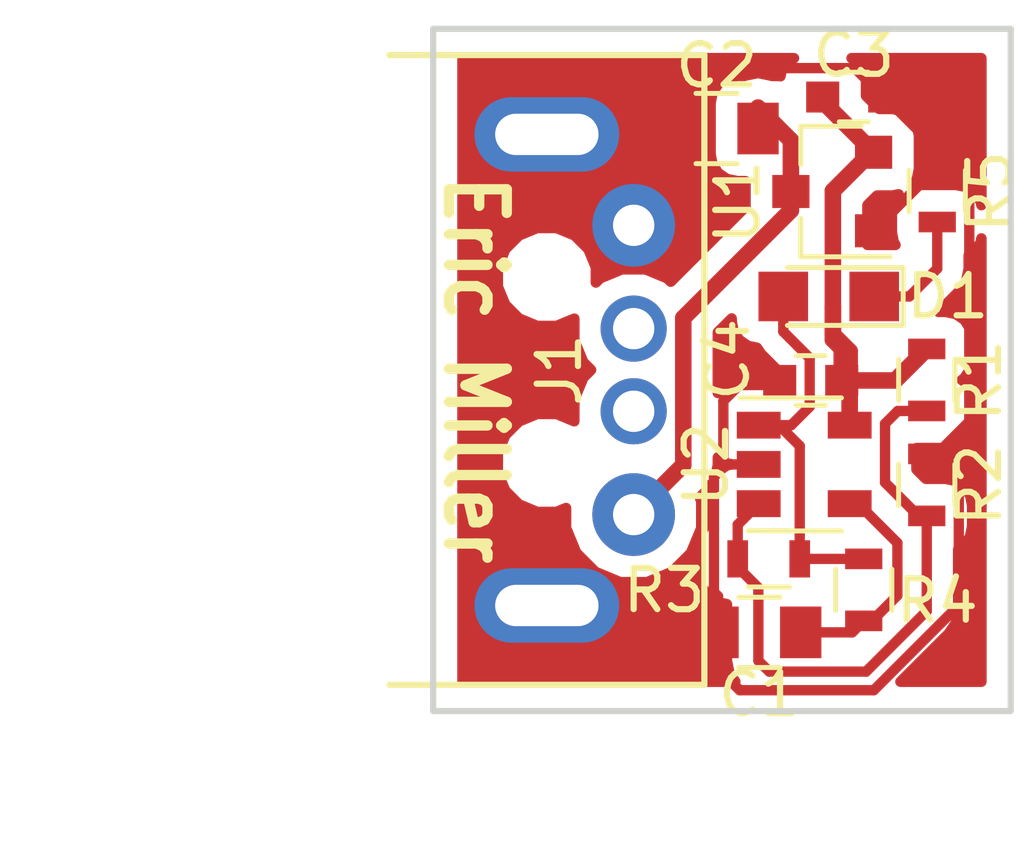
<source format=kicad_pcb>
(kicad_pcb (version 4) (host pcbnew 4.0.7-e2-6376~58~ubuntu16.04.1)

  (general
    (links 25)
    (no_connects 0)
    (area 139.624999 80.569999 153.745001 97.230001)
    (thickness 1.6)
    (drawings 5)
    (tracks 87)
    (zones 0)
    (modules 13)
    (nets 8)
  )

  (page A4)
  (layers
    (0 F.Cu signal)
    (31 B.Cu signal)
    (33 F.Adhes user)
    (35 F.Paste user)
    (37 F.SilkS user)
    (39 F.Mask user)
    (40 Dwgs.User user)
    (41 Cmts.User user)
    (42 Eco1.User user)
    (43 Eco2.User user)
    (44 Edge.Cuts user)
    (45 Margin user)
    (47 F.CrtYd user)
    (49 F.Fab user)
  )

  (setup
    (last_trace_width 0.25)
    (trace_clearance 0.2)
    (zone_clearance 0.508)
    (zone_45_only no)
    (trace_min 0.1524)
    (segment_width 0.2)
    (edge_width 0.15)
    (via_size 0.6)
    (via_drill 0.4)
    (via_min_size 0.4)
    (via_min_drill 0.3)
    (uvia_size 0.3)
    (uvia_drill 0.1)
    (uvias_allowed no)
    (uvia_min_size 0.2)
    (uvia_min_drill 0.1)
    (pcb_text_width 0.3)
    (pcb_text_size 1.5 1.5)
    (mod_edge_width 0.15)
    (mod_text_size 1 1)
    (mod_text_width 0.15)
    (pad_size 1.524 1.524)
    (pad_drill 0.762)
    (pad_to_mask_clearance 0.2)
    (aux_axis_origin 0 0)
    (visible_elements FFFFFF7F)
    (pcbplotparams
      (layerselection 0x00030_80000001)
      (usegerberextensions false)
      (excludeedgelayer true)
      (linewidth 0.100000)
      (plotframeref false)
      (viasonmask false)
      (mode 1)
      (useauxorigin false)
      (hpglpennumber 1)
      (hpglpenspeed 20)
      (hpglpendiameter 15)
      (hpglpenoverlay 2)
      (psnegative false)
      (psa4output false)
      (plotreference true)
      (plotvalue true)
      (plotinvisibletext false)
      (padsonsilk false)
      (subtractmaskfromsilk false)
      (outputformat 1)
      (mirror false)
      (drillshape 1)
      (scaleselection 1)
      (outputdirectory ""))
  )

  (net 0 "")
  (net 1 GND)
  (net 2 "Net-(C1-Pad1)")
  (net 3 "Net-(C2-Pad1)")
  (net 4 +3V3)
  (net 5 /blink)
  (net 6 "Net-(D1-Pad1)")
  (net 7 "Net-(R1-Pad2)")

  (net_class Default "This is the default net class."
    (clearance 0.2)
    (trace_width 0.25)
    (via_dia 0.6)
    (via_drill 0.4)
    (uvia_dia 0.3)
    (uvia_drill 0.1)
    (add_net /blink)
    (add_net GND)
    (add_net "Net-(C1-Pad1)")
    (add_net "Net-(D1-Pad1)")
    (add_net "Net-(R1-Pad2)")
  )

  (net_class Power ""
    (clearance 0.2)
    (trace_width 0.4)
    (via_dia 0.6)
    (via_drill 0.4)
    (uvia_dia 0.3)
    (uvia_drill 0.1)
    (add_net +3V3)
    (add_net "Net-(C2-Pad1)")
  )

  (module Capacitors_SMD:C_0603 placed (layer F.Cu) (tedit 59958EE7) (tstamp 59B7284C)
    (at 149.872 82.296 180)
    (descr "Capacitor SMD 0603, reflow soldering, AVX (see smccp.pdf)")
    (tags "capacitor 0603")
    (path /59B75B50)
    (attr smd)
    (fp_text reference C3 (at 0 1.016 180) (layer F.SilkS)
      (effects (font (size 1 1) (thickness 0.15)))
    )
    (fp_text value "1 uf" (at 0 1.5 180) (layer F.Fab)
      (effects (font (size 1 1) (thickness 0.15)))
    )
    (fp_line (start 1.4 0.65) (end -1.4 0.65) (layer F.CrtYd) (width 0.05))
    (fp_line (start 1.4 0.65) (end 1.4 -0.65) (layer F.CrtYd) (width 0.05))
    (fp_line (start -1.4 -0.65) (end -1.4 0.65) (layer F.CrtYd) (width 0.05))
    (fp_line (start -1.4 -0.65) (end 1.4 -0.65) (layer F.CrtYd) (width 0.05))
    (fp_line (start 0.35 0.6) (end -0.35 0.6) (layer F.SilkS) (width 0.12))
    (fp_line (start -0.35 -0.6) (end 0.35 -0.6) (layer F.SilkS) (width 0.12))
    (fp_line (start -0.8 -0.4) (end 0.8 -0.4) (layer F.Fab) (width 0.1))
    (fp_line (start 0.8 -0.4) (end 0.8 0.4) (layer F.Fab) (width 0.1))
    (fp_line (start 0.8 0.4) (end -0.8 0.4) (layer F.Fab) (width 0.1))
    (fp_line (start -0.8 0.4) (end -0.8 -0.4) (layer F.Fab) (width 0.1))
    (fp_text user %R (at 0 0 180) (layer F.Fab)
      (effects (font (size 0.3 0.3) (thickness 0.075)))
    )
    (pad 2 smd rect (at 0.75 0 180) (size 0.8 0.75) (layers F.Cu F.Paste F.Mask)
      (net 4 +3V3))
    (pad 1 smd rect (at -0.75 0 180) (size 0.8 0.75) (layers F.Cu F.Paste F.Mask)
      (net 1 GND))
    (model Capacitors_SMD.3dshapes/C_0603.wrl
      (at (xyz 0 0 0))
      (scale (xyz 1 1 1))
      (rotate (xyz 0 0 0))
    )
  )

  (module Capacitors_SMD:C_0603 placed (layer F.Cu) (tedit 59958EE7) (tstamp 59B72852)
    (at 148.832 89.154)
    (descr "Capacitor SMD 0603, reflow soldering, AVX (see smccp.pdf)")
    (tags "capacitor 0603")
    (path /59B7706C)
    (attr smd)
    (fp_text reference C4 (at -2.02 -0.508 90) (layer F.SilkS)
      (effects (font (size 1 1) (thickness 0.15)))
    )
    (fp_text value .1uf (at 0 1.5) (layer F.Fab)
      (effects (font (size 1 1) (thickness 0.15)))
    )
    (fp_line (start 1.4 0.65) (end -1.4 0.65) (layer F.CrtYd) (width 0.05))
    (fp_line (start 1.4 0.65) (end 1.4 -0.65) (layer F.CrtYd) (width 0.05))
    (fp_line (start -1.4 -0.65) (end -1.4 0.65) (layer F.CrtYd) (width 0.05))
    (fp_line (start -1.4 -0.65) (end 1.4 -0.65) (layer F.CrtYd) (width 0.05))
    (fp_line (start 0.35 0.6) (end -0.35 0.6) (layer F.SilkS) (width 0.12))
    (fp_line (start -0.35 -0.6) (end 0.35 -0.6) (layer F.SilkS) (width 0.12))
    (fp_line (start -0.8 -0.4) (end 0.8 -0.4) (layer F.Fab) (width 0.1))
    (fp_line (start 0.8 -0.4) (end 0.8 0.4) (layer F.Fab) (width 0.1))
    (fp_line (start 0.8 0.4) (end -0.8 0.4) (layer F.Fab) (width 0.1))
    (fp_line (start -0.8 0.4) (end -0.8 -0.4) (layer F.Fab) (width 0.1))
    (fp_text user %R (at 0 0) (layer F.Fab)
      (effects (font (size 0.3 0.3) (thickness 0.075)))
    )
    (pad 2 smd rect (at 0.75 0) (size 0.8 0.75) (layers F.Cu F.Paste F.Mask)
      (net 4 +3V3))
    (pad 1 smd rect (at -0.75 0) (size 0.8 0.75) (layers F.Cu F.Paste F.Mask)
      (net 1 GND))
    (model Capacitors_SMD.3dshapes/C_0603.wrl
      (at (xyz 0 0 0))
      (scale (xyz 1 1 1))
      (rotate (xyz 0 0 0))
    )
  )

  (module LEDs:LED_0805 placed (layer F.Cu) (tedit 59959803) (tstamp 59B72858)
    (at 149.268 87.122 180)
    (descr "LED 0805 smd package")
    (tags "LED led 0805 SMD smd SMT smt smdled SMDLED smtled SMTLED")
    (path /59B751D9)
    (attr smd)
    (fp_text reference D1 (at -2.878 0 360) (layer F.SilkS)
      (effects (font (size 1 1) (thickness 0.15)))
    )
    (fp_text value LED (at 2.456 0 270) (layer F.Fab)
      (effects (font (size 1 1) (thickness 0.15)))
    )
    (fp_line (start -1.8 -0.7) (end -1.8 0.7) (layer F.SilkS) (width 0.12))
    (fp_line (start -0.4 -0.4) (end -0.4 0.4) (layer F.Fab) (width 0.1))
    (fp_line (start -0.4 0) (end 0.2 -0.4) (layer F.Fab) (width 0.1))
    (fp_line (start 0.2 0.4) (end -0.4 0) (layer F.Fab) (width 0.1))
    (fp_line (start 0.2 -0.4) (end 0.2 0.4) (layer F.Fab) (width 0.1))
    (fp_line (start 1 0.6) (end -1 0.6) (layer F.Fab) (width 0.1))
    (fp_line (start 1 -0.6) (end 1 0.6) (layer F.Fab) (width 0.1))
    (fp_line (start -1 -0.6) (end 1 -0.6) (layer F.Fab) (width 0.1))
    (fp_line (start -1 0.6) (end -1 -0.6) (layer F.Fab) (width 0.1))
    (fp_line (start -1.8 0.7) (end 1 0.7) (layer F.SilkS) (width 0.12))
    (fp_line (start -1.8 -0.7) (end 1 -0.7) (layer F.SilkS) (width 0.12))
    (fp_line (start 1.95 -0.85) (end 1.95 0.85) (layer F.CrtYd) (width 0.05))
    (fp_line (start 1.95 0.85) (end -1.95 0.85) (layer F.CrtYd) (width 0.05))
    (fp_line (start -1.95 0.85) (end -1.95 -0.85) (layer F.CrtYd) (width 0.05))
    (fp_line (start -1.95 -0.85) (end 1.95 -0.85) (layer F.CrtYd) (width 0.05))
    (fp_text user %R (at 0 -1.25 180) (layer F.Fab)
      (effects (font (size 0.4 0.4) (thickness 0.1)))
    )
    (pad 2 smd rect (at 1.1 0) (size 1.2 1.2) (layers F.Cu F.Paste F.Mask)
      (net 5 /blink))
    (pad 1 smd rect (at -1.1 0) (size 1.2 1.2) (layers F.Cu F.Paste F.Mask)
      (net 6 "Net-(D1-Pad1)"))
    (model ${KISYS3DMOD}/LEDs.3dshapes/LED_0805.wrl
      (at (xyz 0 0 0))
      (scale (xyz 1 1 1))
      (rotate (xyz 0 0 180))
    )
  )

  (module Resistors_SMD:R_0603 placed (layer F.Cu) (tedit 58E0A804) (tstamp 59B72868)
    (at 151.638 89.142 270)
    (descr "Resistor SMD 0603, reflow soldering, Vishay (see dcrcw.pdf)")
    (tags "resistor 0603")
    (path /59B72240)
    (attr smd)
    (fp_text reference R1 (at 0.012 -1.27 270) (layer F.SilkS)
      (effects (font (size 1 1) (thickness 0.15)))
    )
    (fp_text value 95.3k (at 0 1.5 270) (layer F.Fab)
      (effects (font (size 1 1) (thickness 0.15)))
    )
    (fp_text user %R (at 0 0 270) (layer F.Fab)
      (effects (font (size 0.4 0.4) (thickness 0.075)))
    )
    (fp_line (start -0.8 0.4) (end -0.8 -0.4) (layer F.Fab) (width 0.1))
    (fp_line (start 0.8 0.4) (end -0.8 0.4) (layer F.Fab) (width 0.1))
    (fp_line (start 0.8 -0.4) (end 0.8 0.4) (layer F.Fab) (width 0.1))
    (fp_line (start -0.8 -0.4) (end 0.8 -0.4) (layer F.Fab) (width 0.1))
    (fp_line (start 0.5 0.68) (end -0.5 0.68) (layer F.SilkS) (width 0.12))
    (fp_line (start -0.5 -0.68) (end 0.5 -0.68) (layer F.SilkS) (width 0.12))
    (fp_line (start -1.25 -0.7) (end 1.25 -0.7) (layer F.CrtYd) (width 0.05))
    (fp_line (start -1.25 -0.7) (end -1.25 0.7) (layer F.CrtYd) (width 0.05))
    (fp_line (start 1.25 0.7) (end 1.25 -0.7) (layer F.CrtYd) (width 0.05))
    (fp_line (start 1.25 0.7) (end -1.25 0.7) (layer F.CrtYd) (width 0.05))
    (pad 1 smd rect (at -0.75 0 270) (size 0.5 0.9) (layers F.Cu F.Paste F.Mask)
      (net 4 +3V3))
    (pad 2 smd rect (at 0.75 0 270) (size 0.5 0.9) (layers F.Cu F.Paste F.Mask)
      (net 7 "Net-(R1-Pad2)"))
    (model ${KISYS3DMOD}/Resistors_SMD.3dshapes/R_0603.wrl
      (at (xyz 0 0 0))
      (scale (xyz 1 1 1))
      (rotate (xyz 0 0 0))
    )
  )

  (module Resistors_SMD:R_0603 placed (layer F.Cu) (tedit 58E0A804) (tstamp 59B7286E)
    (at 151.638 91.682 90)
    (descr "Resistor SMD 0603, reflow soldering, Vishay (see dcrcw.pdf)")
    (tags "resistor 0603")
    (path /59B7228F)
    (attr smd)
    (fp_text reference R2 (at 0 1.27 90) (layer F.SilkS)
      (effects (font (size 1 1) (thickness 0.15)))
    )
    (fp_text value 100k (at 0 1.5 90) (layer F.Fab)
      (effects (font (size 1 1) (thickness 0.15)))
    )
    (fp_text user %R (at 0 0 90) (layer F.Fab)
      (effects (font (size 0.4 0.4) (thickness 0.075)))
    )
    (fp_line (start -0.8 0.4) (end -0.8 -0.4) (layer F.Fab) (width 0.1))
    (fp_line (start 0.8 0.4) (end -0.8 0.4) (layer F.Fab) (width 0.1))
    (fp_line (start 0.8 -0.4) (end 0.8 0.4) (layer F.Fab) (width 0.1))
    (fp_line (start -0.8 -0.4) (end 0.8 -0.4) (layer F.Fab) (width 0.1))
    (fp_line (start 0.5 0.68) (end -0.5 0.68) (layer F.SilkS) (width 0.12))
    (fp_line (start -0.5 -0.68) (end 0.5 -0.68) (layer F.SilkS) (width 0.12))
    (fp_line (start -1.25 -0.7) (end 1.25 -0.7) (layer F.CrtYd) (width 0.05))
    (fp_line (start -1.25 -0.7) (end -1.25 0.7) (layer F.CrtYd) (width 0.05))
    (fp_line (start 1.25 0.7) (end 1.25 -0.7) (layer F.CrtYd) (width 0.05))
    (fp_line (start 1.25 0.7) (end -1.25 0.7) (layer F.CrtYd) (width 0.05))
    (pad 1 smd rect (at -0.75 0 90) (size 0.5 0.9) (layers F.Cu F.Paste F.Mask)
      (net 7 "Net-(R1-Pad2)"))
    (pad 2 smd rect (at 0.75 0 90) (size 0.5 0.9) (layers F.Cu F.Paste F.Mask)
      (net 1 GND))
    (model ${KISYS3DMOD}/Resistors_SMD.3dshapes/R_0603.wrl
      (at (xyz 0 0 0))
      (scale (xyz 1 1 1))
      (rotate (xyz 0 0 0))
    )
  )

  (module Resistors_SMD:R_0603 placed (layer F.Cu) (tedit 58E0A804) (tstamp 59B72874)
    (at 147.816 93.472 180)
    (descr "Resistor SMD 0603, reflow soldering, Vishay (see dcrcw.pdf)")
    (tags "resistor 0603")
    (path /59B721D9)
    (attr smd)
    (fp_text reference R3 (at 2.528 -0.762 360) (layer F.SilkS)
      (effects (font (size 1 1) (thickness 0.15)))
    )
    (fp_text value 110k (at 0 1.5 180) (layer F.Fab)
      (effects (font (size 1 1) (thickness 0.15)))
    )
    (fp_text user %R (at 0 0 180) (layer F.Fab)
      (effects (font (size 0.4 0.4) (thickness 0.075)))
    )
    (fp_line (start -0.8 0.4) (end -0.8 -0.4) (layer F.Fab) (width 0.1))
    (fp_line (start 0.8 0.4) (end -0.8 0.4) (layer F.Fab) (width 0.1))
    (fp_line (start 0.8 -0.4) (end 0.8 0.4) (layer F.Fab) (width 0.1))
    (fp_line (start -0.8 -0.4) (end 0.8 -0.4) (layer F.Fab) (width 0.1))
    (fp_line (start 0.5 0.68) (end -0.5 0.68) (layer F.SilkS) (width 0.12))
    (fp_line (start -0.5 -0.68) (end 0.5 -0.68) (layer F.SilkS) (width 0.12))
    (fp_line (start -1.25 -0.7) (end 1.25 -0.7) (layer F.CrtYd) (width 0.05))
    (fp_line (start -1.25 -0.7) (end -1.25 0.7) (layer F.CrtYd) (width 0.05))
    (fp_line (start 1.25 0.7) (end 1.25 -0.7) (layer F.CrtYd) (width 0.05))
    (fp_line (start 1.25 0.7) (end -1.25 0.7) (layer F.CrtYd) (width 0.05))
    (pad 1 smd rect (at -0.75 0 180) (size 0.5 0.9) (layers F.Cu F.Paste F.Mask)
      (net 5 /blink))
    (pad 2 smd rect (at 0.75 0 180) (size 0.5 0.9) (layers F.Cu F.Paste F.Mask)
      (net 7 "Net-(R1-Pad2)"))
    (model ${KISYS3DMOD}/Resistors_SMD.3dshapes/R_0603.wrl
      (at (xyz 0 0 0))
      (scale (xyz 1 1 1))
      (rotate (xyz 0 0 0))
    )
  )

  (module Resistors_SMD:R_0603 placed (layer F.Cu) (tedit 58E0A804) (tstamp 59B7287A)
    (at 150.114 94.222 270)
    (descr "Resistor SMD 0603, reflow soldering, Vishay (see dcrcw.pdf)")
    (tags "resistor 0603")
    (path /59B72173)
    (attr smd)
    (fp_text reference R4 (at 0.266 -1.778 360) (layer F.SilkS)
      (effects (font (size 1 1) (thickness 0.15)))
    )
    (fp_text value 80.6k (at 0 1.5 270) (layer F.Fab)
      (effects (font (size 1 1) (thickness 0.15)))
    )
    (fp_text user %R (at 0 0 270) (layer F.Fab)
      (effects (font (size 0.4 0.4) (thickness 0.075)))
    )
    (fp_line (start -0.8 0.4) (end -0.8 -0.4) (layer F.Fab) (width 0.1))
    (fp_line (start 0.8 0.4) (end -0.8 0.4) (layer F.Fab) (width 0.1))
    (fp_line (start 0.8 -0.4) (end 0.8 0.4) (layer F.Fab) (width 0.1))
    (fp_line (start -0.8 -0.4) (end 0.8 -0.4) (layer F.Fab) (width 0.1))
    (fp_line (start 0.5 0.68) (end -0.5 0.68) (layer F.SilkS) (width 0.12))
    (fp_line (start -0.5 -0.68) (end 0.5 -0.68) (layer F.SilkS) (width 0.12))
    (fp_line (start -1.25 -0.7) (end 1.25 -0.7) (layer F.CrtYd) (width 0.05))
    (fp_line (start -1.25 -0.7) (end -1.25 0.7) (layer F.CrtYd) (width 0.05))
    (fp_line (start 1.25 0.7) (end 1.25 -0.7) (layer F.CrtYd) (width 0.05))
    (fp_line (start 1.25 0.7) (end -1.25 0.7) (layer F.CrtYd) (width 0.05))
    (pad 1 smd rect (at -0.75 0 270) (size 0.5 0.9) (layers F.Cu F.Paste F.Mask)
      (net 5 /blink))
    (pad 2 smd rect (at 0.75 0 270) (size 0.5 0.9) (layers F.Cu F.Paste F.Mask)
      (net 2 "Net-(C1-Pad1)"))
    (model ${KISYS3DMOD}/Resistors_SMD.3dshapes/R_0603.wrl
      (at (xyz 0 0 0))
      (scale (xyz 1 1 1))
      (rotate (xyz 0 0 0))
    )
  )

  (module Resistors_SMD:R_0603 placed (layer F.Cu) (tedit 58E0A804) (tstamp 59B72880)
    (at 151.892 84.57 270)
    (descr "Resistor SMD 0603, reflow soldering, Vishay (see dcrcw.pdf)")
    (tags "resistor 0603")
    (path /59B75222)
    (attr smd)
    (fp_text reference R5 (at 0.012 -1.27 270) (layer F.SilkS)
      (effects (font (size 1 1) (thickness 0.15)))
    )
    (fp_text value 1k (at 0 1.5 270) (layer F.Fab)
      (effects (font (size 1 1) (thickness 0.15)))
    )
    (fp_text user %R (at 0 0 270) (layer F.Fab)
      (effects (font (size 0.4 0.4) (thickness 0.075)))
    )
    (fp_line (start -0.8 0.4) (end -0.8 -0.4) (layer F.Fab) (width 0.1))
    (fp_line (start 0.8 0.4) (end -0.8 0.4) (layer F.Fab) (width 0.1))
    (fp_line (start 0.8 -0.4) (end 0.8 0.4) (layer F.Fab) (width 0.1))
    (fp_line (start -0.8 -0.4) (end 0.8 -0.4) (layer F.Fab) (width 0.1))
    (fp_line (start 0.5 0.68) (end -0.5 0.68) (layer F.SilkS) (width 0.12))
    (fp_line (start -0.5 -0.68) (end 0.5 -0.68) (layer F.SilkS) (width 0.12))
    (fp_line (start -1.25 -0.7) (end 1.25 -0.7) (layer F.CrtYd) (width 0.05))
    (fp_line (start -1.25 -0.7) (end -1.25 0.7) (layer F.CrtYd) (width 0.05))
    (fp_line (start 1.25 0.7) (end 1.25 -0.7) (layer F.CrtYd) (width 0.05))
    (fp_line (start 1.25 0.7) (end -1.25 0.7) (layer F.CrtYd) (width 0.05))
    (pad 1 smd rect (at -0.75 0 270) (size 0.5 0.9) (layers F.Cu F.Paste F.Mask)
      (net 1 GND))
    (pad 2 smd rect (at 0.75 0 270) (size 0.5 0.9) (layers F.Cu F.Paste F.Mask)
      (net 6 "Net-(D1-Pad1)"))
    (model ${KISYS3DMOD}/Resistors_SMD.3dshapes/R_0603.wrl
      (at (xyz 0 0 0))
      (scale (xyz 1 1 1))
      (rotate (xyz 0 0 0))
    )
  )

  (module TO_SOT_Packages_SMD:SOT-23 placed (layer F.Cu) (tedit 58CE4E7E) (tstamp 59B72887)
    (at 149.352 84.582 180)
    (descr "SOT-23, Standard")
    (tags SOT-23)
    (path /59ADC255)
    (attr smd)
    (fp_text reference U1 (at 2.286 -0.254 270) (layer F.SilkS)
      (effects (font (size 1 1) (thickness 0.15)))
    )
    (fp_text value MCP1702 (at -0.254 2.286 180) (layer F.Fab)
      (effects (font (size 1 1) (thickness 0.15)))
    )
    (fp_text user %R (at 0 0 270) (layer F.Fab)
      (effects (font (size 0.5 0.5) (thickness 0.075)))
    )
    (fp_line (start -0.7 -0.95) (end -0.7 1.5) (layer F.Fab) (width 0.1))
    (fp_line (start -0.15 -1.52) (end 0.7 -1.52) (layer F.Fab) (width 0.1))
    (fp_line (start -0.7 -0.95) (end -0.15 -1.52) (layer F.Fab) (width 0.1))
    (fp_line (start 0.7 -1.52) (end 0.7 1.52) (layer F.Fab) (width 0.1))
    (fp_line (start -0.7 1.52) (end 0.7 1.52) (layer F.Fab) (width 0.1))
    (fp_line (start 0.76 1.58) (end 0.76 0.65) (layer F.SilkS) (width 0.12))
    (fp_line (start 0.76 -1.58) (end 0.76 -0.65) (layer F.SilkS) (width 0.12))
    (fp_line (start -1.7 -1.75) (end 1.7 -1.75) (layer F.CrtYd) (width 0.05))
    (fp_line (start 1.7 -1.75) (end 1.7 1.75) (layer F.CrtYd) (width 0.05))
    (fp_line (start 1.7 1.75) (end -1.7 1.75) (layer F.CrtYd) (width 0.05))
    (fp_line (start -1.7 1.75) (end -1.7 -1.75) (layer F.CrtYd) (width 0.05))
    (fp_line (start 0.76 -1.58) (end -1.4 -1.58) (layer F.SilkS) (width 0.12))
    (fp_line (start 0.76 1.58) (end -0.7 1.58) (layer F.SilkS) (width 0.12))
    (pad 1 smd rect (at -1 -0.95 180) (size 0.9 0.8) (layers F.Cu F.Paste F.Mask)
      (net 1 GND))
    (pad 2 smd rect (at -1 0.95 180) (size 0.9 0.8) (layers F.Cu F.Paste F.Mask)
      (net 4 +3V3))
    (pad 3 smd rect (at 1 0 180) (size 0.9 0.8) (layers F.Cu F.Paste F.Mask)
      (net 3 "Net-(C2-Pad1)"))
    (model ${KISYS3DMOD}/TO_SOT_Packages_SMD.3dshapes/SOT-23.wrl
      (at (xyz 0 0 0))
      (scale (xyz 1 1 1))
      (rotate (xyz 0 0 0))
    )
  )

  (module TO_SOT_Packages_SMD:SOT-23-5 placed (layer F.Cu) (tedit 58CE4E7E) (tstamp 59B72890)
    (at 148.674 91.186)
    (descr "5-pin SOT23 package")
    (tags SOT-23-5)
    (path /59B72FCF)
    (attr smd)
    (fp_text reference U2 (at -2.37 0 90) (layer F.SilkS)
      (effects (font (size 1 1) (thickness 0.15)))
    )
    (fp_text value MCP6021 (at 0 2.9) (layer F.Fab)
      (effects (font (size 1 1) (thickness 0.15)))
    )
    (fp_text user %R (at 0 0 90) (layer F.Fab)
      (effects (font (size 0.5 0.5) (thickness 0.075)))
    )
    (fp_line (start -0.9 1.61) (end 0.9 1.61) (layer F.SilkS) (width 0.12))
    (fp_line (start 0.9 -1.61) (end -1.55 -1.61) (layer F.SilkS) (width 0.12))
    (fp_line (start -1.9 -1.8) (end 1.9 -1.8) (layer F.CrtYd) (width 0.05))
    (fp_line (start 1.9 -1.8) (end 1.9 1.8) (layer F.CrtYd) (width 0.05))
    (fp_line (start 1.9 1.8) (end -1.9 1.8) (layer F.CrtYd) (width 0.05))
    (fp_line (start -1.9 1.8) (end -1.9 -1.8) (layer F.CrtYd) (width 0.05))
    (fp_line (start -0.9 -0.9) (end -0.25 -1.55) (layer F.Fab) (width 0.1))
    (fp_line (start 0.9 -1.55) (end -0.25 -1.55) (layer F.Fab) (width 0.1))
    (fp_line (start -0.9 -0.9) (end -0.9 1.55) (layer F.Fab) (width 0.1))
    (fp_line (start 0.9 1.55) (end -0.9 1.55) (layer F.Fab) (width 0.1))
    (fp_line (start 0.9 -1.55) (end 0.9 1.55) (layer F.Fab) (width 0.1))
    (pad 1 smd rect (at -1.1 -0.95) (size 1.06 0.65) (layers F.Cu F.Paste F.Mask)
      (net 5 /blink))
    (pad 2 smd rect (at -1.1 0) (size 1.06 0.65) (layers F.Cu F.Paste F.Mask)
      (net 1 GND))
    (pad 3 smd rect (at -1.1 0.95) (size 1.06 0.65) (layers F.Cu F.Paste F.Mask)
      (net 7 "Net-(R1-Pad2)"))
    (pad 4 smd rect (at 1.1 0.95) (size 1.06 0.65) (layers F.Cu F.Paste F.Mask)
      (net 2 "Net-(C1-Pad1)"))
    (pad 5 smd rect (at 1.1 -0.95) (size 1.06 0.65) (layers F.Cu F.Paste F.Mask)
      (net 4 +3V3))
    (model ${KISYS3DMOD}/TO_SOT_Packages_SMD.3dshapes/SOT-23-5.wrl
      (at (xyz 0 0 0))
      (scale (xyz 1 1 1))
      (rotate (xyz 0 0 0))
    )
  )

  (module Capacitors_SMD:C_0805 (layer F.Cu) (tedit 58AA8463) (tstamp 59B963B6)
    (at 147.59 95.25 180)
    (descr "Capacitor SMD 0805, reflow soldering, AVX (see smccp.pdf)")
    (tags "capacitor 0805")
    (path /59B72132)
    (attr smd)
    (fp_text reference C1 (at 0 -1.5 180) (layer F.SilkS)
      (effects (font (size 1 1) (thickness 0.15)))
    )
    (fp_text value "10 uf" (at 0 1.75 180) (layer F.Fab)
      (effects (font (size 1 1) (thickness 0.15)))
    )
    (fp_text user %R (at 0 -1.5 180) (layer F.Fab)
      (effects (font (size 1 1) (thickness 0.15)))
    )
    (fp_line (start -1 0.62) (end -1 -0.62) (layer F.Fab) (width 0.1))
    (fp_line (start 1 0.62) (end -1 0.62) (layer F.Fab) (width 0.1))
    (fp_line (start 1 -0.62) (end 1 0.62) (layer F.Fab) (width 0.1))
    (fp_line (start -1 -0.62) (end 1 -0.62) (layer F.Fab) (width 0.1))
    (fp_line (start 0.5 -0.85) (end -0.5 -0.85) (layer F.SilkS) (width 0.12))
    (fp_line (start -0.5 0.85) (end 0.5 0.85) (layer F.SilkS) (width 0.12))
    (fp_line (start -1.75 -0.88) (end 1.75 -0.88) (layer F.CrtYd) (width 0.05))
    (fp_line (start -1.75 -0.88) (end -1.75 0.87) (layer F.CrtYd) (width 0.05))
    (fp_line (start 1.75 0.87) (end 1.75 -0.88) (layer F.CrtYd) (width 0.05))
    (fp_line (start 1.75 0.87) (end -1.75 0.87) (layer F.CrtYd) (width 0.05))
    (pad 1 smd rect (at -1 0 180) (size 1 1.25) (layers F.Cu F.Paste F.Mask)
      (net 2 "Net-(C1-Pad1)"))
    (pad 2 smd rect (at 1 0 180) (size 1 1.25) (layers F.Cu F.Paste F.Mask)
      (net 1 GND))
    (model Capacitors_SMD.3dshapes/C_0805.wrl
      (at (xyz 0 0 0))
      (scale (xyz 1 1 1))
      (rotate (xyz 0 0 0))
    )
  )

  (module Capacitors_SMD:C_0805 (layer F.Cu) (tedit 58AA8463) (tstamp 59B963BB)
    (at 146.558 83.058 180)
    (descr "Capacitor SMD 0805, reflow soldering, AVX (see smccp.pdf)")
    (tags "capacitor 0805")
    (path /59B75978)
    (attr smd)
    (fp_text reference C2 (at 0 1.524 180) (layer F.SilkS)
      (effects (font (size 1 1) (thickness 0.15)))
    )
    (fp_text value "10 uf" (at 0 1.75 180) (layer F.Fab)
      (effects (font (size 1 1) (thickness 0.15)))
    )
    (fp_text user %R (at 0 -1.5 180) (layer F.Fab)
      (effects (font (size 1 1) (thickness 0.15)))
    )
    (fp_line (start -1 0.62) (end -1 -0.62) (layer F.Fab) (width 0.1))
    (fp_line (start 1 0.62) (end -1 0.62) (layer F.Fab) (width 0.1))
    (fp_line (start 1 -0.62) (end 1 0.62) (layer F.Fab) (width 0.1))
    (fp_line (start -1 -0.62) (end 1 -0.62) (layer F.Fab) (width 0.1))
    (fp_line (start 0.5 -0.85) (end -0.5 -0.85) (layer F.SilkS) (width 0.12))
    (fp_line (start -0.5 0.85) (end 0.5 0.85) (layer F.SilkS) (width 0.12))
    (fp_line (start -1.75 -0.88) (end 1.75 -0.88) (layer F.CrtYd) (width 0.05))
    (fp_line (start -1.75 -0.88) (end -1.75 0.87) (layer F.CrtYd) (width 0.05))
    (fp_line (start 1.75 0.87) (end 1.75 -0.88) (layer F.CrtYd) (width 0.05))
    (fp_line (start 1.75 0.87) (end -1.75 0.87) (layer F.CrtYd) (width 0.05))
    (pad 1 smd rect (at -1 0 180) (size 1 1.25) (layers F.Cu F.Paste F.Mask)
      (net 3 "Net-(C2-Pad1)"))
    (pad 2 smd rect (at 1 0 180) (size 1 1.25) (layers F.Cu F.Paste F.Mask)
      (net 1 GND))
    (model Capacitors_SMD.3dshapes/C_0805.wrl
      (at (xyz 0 0 0))
      (scale (xyz 1 1 1))
      (rotate (xyz 0 0 0))
    )
  )

  (module usb_male:USB_A_male (layer F.Cu) (tedit 59B988A1) (tstamp 59B977C8)
    (at 139.7 88.9 270)
    (descr "USB A connector")
    (tags "USB USB_A")
    (path /59B7412C)
    (fp_text reference J1 (at 0 -3.048 270) (layer F.SilkS)
      (effects (font (size 1 1) (thickness 0.15)))
    )
    (fp_text value USB_A_MALE (at 0 2.33 270) (layer F.Fab)
      (effects (font (size 1 1) (thickness 0.15)))
    )
    (fp_line (start -7.62 -6.56) (end -7.62 1.06) (layer F.SilkS) (width 0.15))
    (fp_line (start -7.62 -6.56) (end 7.62 -6.56) (layer F.SilkS) (width 0.15))
    (fp_line (start 7.62 -6.56) (end 7.62 1.06) (layer F.SilkS) (width 0.15))
    (fp_line (start -5.3 10.45) (end -5.3 -4.15) (layer F.CrtYd) (width 0.05))
    (fp_line (start 11.95 -4.15) (end 11.95 10.45) (layer F.CrtYd) (width 0.05))
    (fp_line (start -5.3 10.45) (end 11.95 10.45) (layer F.CrtYd) (width 0.05))
    (fp_line (start -5.3 -4.15) (end 11.95 -4.15) (layer F.CrtYd) (width 0.05))
    (fp_line (start -6 0) (end 6 0) (layer F.SilkS) (width 0.12))
    (pad "" np_thru_hole circle (at 2.25 -2.75 270) (size 1.1 1.1) (drill 1.1) (layers *.Cu *.Mask))
    (pad 4 thru_hole circle (at -3.5 -4.85 270) (size 2 2) (drill 1) (layers *.Cu *.Mask)
      (net 1 GND))
    (pad 1 thru_hole circle (at 3.5 -4.85 270) (size 2 2) (drill 1) (layers *.Cu *.Mask)
      (net 3 "Net-(C2-Pad1)"))
    (pad 2 thru_hole circle (at 1 -4.85 270) (size 1.6 1.6) (drill 1) (layers *.Cu *.Mask))
    (pad 5 thru_hole oval (at -5.7 -2.75 270) (size 1.8 3.5) (drill oval 1 2.5) (layers *.Cu *.Mask)
      (net 1 GND))
    (pad 3 thru_hole circle (at -1 -4.85 270) (size 1.6 1.6) (drill 1) (layers *.Cu *.Mask))
    (pad 5 thru_hole oval (at 5.7 -2.75 270) (size 1.8 3.5) (drill oval 1 2.5) (layers *.Cu *.Mask)
      (net 1 GND))
    (pad "" np_thru_hole circle (at -2.25 -2.75 270) (size 1.1 1.1) (drill 1.1) (layers *.Cu *.Mask))
    (model ${KISYS3DMOD}/Connectors.3dshapes/USB_A.wrl
      (at (xyz 0 0 0))
      (scale (xyz 1 1 1))
      (rotate (xyz 0 0 90))
    )
  )

  (gr_text "Eric Miller" (at 140.716 88.9 270) (layer F.SilkS)
    (effects (font (size 1.4 1.2) (thickness 0.25)))
  )
  (gr_line (start 139.7 97.155) (end 139.7 80.645) (layer Edge.Cuts) (width 0.15))
  (gr_line (start 153.67 97.155) (end 139.7 97.155) (layer Edge.Cuts) (width 0.15))
  (gr_line (start 153.67 80.645) (end 153.67 97.155) (layer Edge.Cuts) (width 0.15))
  (gr_line (start 139.7 80.645) (end 153.67 80.645) (layer Edge.Cuts) (width 0.15))

  (segment (start 145.558 83.058) (end 145.558 82.933) (width 0.25) (layer F.Cu) (net 1) (status 30))
  (segment (start 145.558 82.933) (end 146.895001 81.595999) (width 0.25) (layer F.Cu) (net 1) (status 10))
  (segment (start 146.895001 81.595999) (end 149.896999 81.595999) (width 0.25) (layer F.Cu) (net 1))
  (segment (start 149.896999 81.595999) (end 150.597 82.296) (width 0.25) (layer F.Cu) (net 1) (status 20))
  (segment (start 150.597 82.296) (end 150.622 82.296) (width 0.25) (layer F.Cu) (net 1) (status 30))
  (segment (start 151.892 83.82) (end 151.892 83.992) (width 0.25) (layer F.Cu) (net 1) (status 30))
  (segment (start 151.892 83.992) (end 150.352 85.532) (width 0.25) (layer F.Cu) (net 1) (status 30))
  (segment (start 151.638 90.932) (end 151.883002 90.932) (width 0.25) (layer F.Cu) (net 1) (status 30))
  (segment (start 151.883002 90.932) (end 152.667001 90.148001) (width 0.25) (layer F.Cu) (net 1) (status 10))
  (segment (start 152.667001 90.148001) (end 152.667001 84.395001) (width 0.25) (layer F.Cu) (net 1))
  (segment (start 152.667001 84.395001) (end 152.092 83.82) (width 0.25) (layer F.Cu) (net 1) (status 20))
  (segment (start 152.092 83.82) (end 151.892 83.82) (width 0.25) (layer F.Cu) (net 1) (status 30))
  (segment (start 151.638 90.932) (end 151.838 90.932) (width 0.25) (layer F.Cu) (net 1) (status 30))
  (segment (start 151.838 90.932) (end 152.413001 91.507001) (width 0.25) (layer F.Cu) (net 1) (status 10))
  (segment (start 152.413001 91.507001) (end 152.413001 94.594411) (width 0.25) (layer F.Cu) (net 1))
  (segment (start 152.413001 94.594411) (end 150.357401 96.650011) (width 0.25) (layer F.Cu) (net 1))
  (segment (start 150.357401 96.650011) (end 147.115011 96.650011) (width 0.25) (layer F.Cu) (net 1))
  (segment (start 147.115011 96.650011) (end 146.59 96.125) (width 0.25) (layer F.Cu) (net 1))
  (segment (start 146.59 96.125) (end 146.59 95.25) (width 0.25) (layer F.Cu) (net 1) (status 20))
  (segment (start 150.622 82.296) (end 151.892 83.566) (width 0.25) (layer F.Cu) (net 1) (status 10))
  (segment (start 151.892 83.566) (end 151.892 83.82) (width 0.25) (layer F.Cu) (net 1) (status 20))
  (segment (start 147.574 91.186) (end 146.794 91.186) (width 0.25) (layer F.Cu) (net 1) (status 10))
  (segment (start 146.794 91.186) (end 146.490999 91.489001) (width 0.25) (layer F.Cu) (net 1))
  (segment (start 146.490999 91.489001) (end 146.490999 94.275999) (width 0.25) (layer F.Cu) (net 1))
  (segment (start 146.490999 94.275999) (end 146.59 94.375) (width 0.25) (layer F.Cu) (net 1))
  (segment (start 146.59 94.375) (end 146.59 95.25) (width 0.25) (layer F.Cu) (net 1) (status 20))
  (segment (start 148.082 89.154) (end 147.215998 89.154) (width 0.25) (layer F.Cu) (net 1) (status 10))
  (segment (start 147.215998 89.154) (end 146.718999 89.650999) (width 0.25) (layer F.Cu) (net 1))
  (segment (start 146.718999 89.650999) (end 146.718999 91.110999) (width 0.25) (layer F.Cu) (net 1))
  (segment (start 146.718999 91.110999) (end 146.794 91.186) (width 0.25) (layer F.Cu) (net 1))
  (segment (start 145.558 83.058) (end 145.558 84.392) (width 0.25) (layer F.Cu) (net 1) (status 10))
  (segment (start 145.558 84.392) (end 144.55 85.4) (width 0.25) (layer F.Cu) (net 1) (status 20))
  (segment (start 148.59 95.25) (end 149.836 95.25) (width 0.25) (layer F.Cu) (net 2) (status 10))
  (segment (start 149.836 95.25) (end 150.114 94.972) (width 0.25) (layer F.Cu) (net 2) (status 20))
  (segment (start 150.114 94.972) (end 150.314 94.972) (width 0.25) (layer F.Cu) (net 2) (status 30))
  (segment (start 150.314 94.972) (end 150.927999 94.358001) (width 0.25) (layer F.Cu) (net 2) (status 10))
  (segment (start 150.927999 94.358001) (end 150.927999 93.084999) (width 0.25) (layer F.Cu) (net 2))
  (segment (start 150.927999 93.084999) (end 149.979 92.136) (width 0.25) (layer F.Cu) (net 2) (status 20))
  (segment (start 149.979 92.136) (end 149.774 92.136) (width 0.25) (layer F.Cu) (net 2) (status 30))
  (segment (start 148.352 84.582) (end 148.352 85.04) (width 0.4) (layer F.Cu) (net 3) (status 10))
  (segment (start 148.352 85.04) (end 145.750001 87.641999) (width 0.4) (layer F.Cu) (net 3))
  (segment (start 145.750001 87.641999) (end 145.750001 91.199999) (width 0.4) (layer F.Cu) (net 3))
  (segment (start 145.750001 91.199999) (end 144.55 92.4) (width 0.4) (layer F.Cu) (net 3) (status 20))
  (segment (start 148.352 84.582) (end 148.302 84.582) (width 0.4) (layer F.Cu) (net 3) (status 30))
  (segment (start 148.352 84.582) (end 148.352 83.344) (width 0.4) (layer F.Cu) (net 3) (status 10))
  (segment (start 148.352 83.344) (end 147.558 82.55) (width 0.4) (layer F.Cu) (net 3) (status 20))
  (segment (start 149.367999 84.566001) (end 149.367999 87.376) (width 0.4) (layer F.Cu) (net 4))
  (segment (start 149.367999 87.376) (end 149.367999 88.164999) (width 0.4) (layer F.Cu) (net 4))
  (segment (start 149.774 90.236) (end 149.774 88.448002) (width 0.4) (layer F.Cu) (net 4))
  (segment (start 149.774 88.448002) (end 149.367999 88.042001) (width 0.4) (layer F.Cu) (net 4))
  (segment (start 149.367999 88.042001) (end 149.367999 87.376) (width 0.4) (layer F.Cu) (net 4))
  (segment (start 149.582 89.154) (end 150.876 89.154) (width 0.4) (layer F.Cu) (net 4) (status 10))
  (segment (start 150.876 89.154) (end 151.638 88.392) (width 0.4) (layer F.Cu) (net 4) (status 20))
  (segment (start 149.774 90.236) (end 149.774 89.346) (width 0.4) (layer F.Cu) (net 4) (status 30))
  (segment (start 149.774 89.346) (end 149.582 89.154) (width 0.4) (layer F.Cu) (net 4) (status 30))
  (segment (start 150.352 83.632) (end 150.302 83.632) (width 0.4) (layer F.Cu) (net 4) (status 30))
  (segment (start 150.302 83.632) (end 149.367999 84.566001) (width 0.4) (layer F.Cu) (net 4) (status 10))
  (segment (start 149.367999 88.164999) (end 149.582 88.379) (width 0.4) (layer F.Cu) (net 4))
  (segment (start 149.582 88.379) (end 149.582 89.154) (width 0.4) (layer F.Cu) (net 4) (status 20))
  (segment (start 149.122 82.296) (end 149.122 82.402) (width 0.4) (layer F.Cu) (net 4) (status 30))
  (segment (start 149.122 82.402) (end 150.352 83.632) (width 0.4) (layer F.Cu) (net 4) (status 30))
  (segment (start 148.566 93.472) (end 150.114 93.472) (width 0.25) (layer F.Cu) (net 5) (status 30))
  (segment (start 148.168 87.122) (end 148.168 87.972) (width 0.25) (layer F.Cu) (net 5) (status 10))
  (segment (start 148.168 87.972) (end 148.807001 88.611001) (width 0.25) (layer F.Cu) (net 5))
  (segment (start 148.807001 88.611001) (end 148.807001 89.789001) (width 0.25) (layer F.Cu) (net 5))
  (segment (start 148.807001 89.789001) (end 148.360002 90.236) (width 0.25) (layer F.Cu) (net 5))
  (segment (start 148.360002 90.236) (end 147.574 90.236) (width 0.25) (layer F.Cu) (net 5) (status 20))
  (segment (start 147.574 90.236) (end 148.064002 90.236) (width 0.25) (layer F.Cu) (net 5) (status 30))
  (segment (start 148.064002 90.236) (end 148.566 90.737998) (width 0.25) (layer F.Cu) (net 5) (status 10))
  (segment (start 148.566 90.737998) (end 148.566 93.472) (width 0.25) (layer F.Cu) (net 5) (status 20))
  (segment (start 150.368 87.122) (end 151.218 87.122) (width 0.25) (layer F.Cu) (net 6) (status 10))
  (segment (start 151.218 87.122) (end 151.892 86.448) (width 0.25) (layer F.Cu) (net 6))
  (segment (start 151.892 86.448) (end 151.892 85.32) (width 0.25) (layer F.Cu) (net 6) (status 20))
  (segment (start 147.066 93.472) (end 147.066 92.644) (width 0.25) (layer F.Cu) (net 7) (status 10))
  (segment (start 147.066 92.644) (end 147.574 92.136) (width 0.25) (layer F.Cu) (net 7) (status 20))
  (segment (start 151.638 92.432) (end 151.638 94.733002) (width 0.25) (layer F.Cu) (net 7) (status 10))
  (segment (start 151.638 94.733002) (end 150.171001 96.200001) (width 0.25) (layer F.Cu) (net 7))
  (segment (start 150.171001 96.200001) (end 147.829999 96.200001) (width 0.25) (layer F.Cu) (net 7))
  (segment (start 147.829999 96.200001) (end 147.566 95.936002) (width 0.25) (layer F.Cu) (net 7))
  (segment (start 147.566 95.936002) (end 147.566 94.172) (width 0.25) (layer F.Cu) (net 7))
  (segment (start 147.566 94.172) (end 147.066 93.672) (width 0.25) (layer F.Cu) (net 7) (status 20))
  (segment (start 147.066 93.672) (end 147.066 93.472) (width 0.25) (layer F.Cu) (net 7) (status 30))
  (segment (start 151.638 89.892) (end 150.938 89.892) (width 0.25) (layer F.Cu) (net 7) (status 10))
  (segment (start 150.938 89.892) (end 150.629001 90.200999) (width 0.25) (layer F.Cu) (net 7))
  (segment (start 150.629001 91.623001) (end 151.438 92.432) (width 0.25) (layer F.Cu) (net 7) (status 20))
  (segment (start 150.629001 90.200999) (end 150.629001 91.623001) (width 0.25) (layer F.Cu) (net 7))
  (segment (start 151.438 92.432) (end 151.638 92.432) (width 0.25) (layer F.Cu) (net 7) (status 30))

  (zone (net 1) (net_name GND) (layer F.Cu) (tstamp 0) (hatch edge 0.508)
    (connect_pads yes (clearance 0.508))
    (min_thickness 0.254)
    (fill yes (arc_segments 16) (thermal_gap 0.508) (thermal_bridge_width 0.508))
    (polygon
      (pts
        (xy 153.67 80.645) (xy 139.7 80.645) (xy 139.7 97.155) (xy 153.67 97.155)
      )
    )
    (filled_polygon
      (pts
        (xy 148.270559 81.45691) (xy 148.125569 81.66911) (xy 148.100255 81.794117) (xy 148.058 81.78556) (xy 147.888015 81.78556)
        (xy 147.87754 81.778561) (xy 147.558 81.715) (xy 147.23846 81.778561) (xy 147.227985 81.78556) (xy 147.058 81.78556)
        (xy 146.822683 81.829838) (xy 146.606559 81.96891) (xy 146.461569 82.18111) (xy 146.41056 82.433) (xy 146.41056 83.683)
        (xy 146.454838 83.918317) (xy 146.59391 84.134441) (xy 146.80611 84.279431) (xy 147.058 84.33044) (xy 147.25456 84.33044)
        (xy 147.25456 84.956572) (xy 145.445368 86.765764) (xy 145.363923 86.684176) (xy 144.836691 86.46525) (xy 144.265813 86.464752)
        (xy 143.7382 86.682757) (xy 143.634882 86.785895) (xy 143.635206 86.415323) (xy 143.45518 85.979628) (xy 143.122125 85.645991)
        (xy 142.686745 85.465206) (xy 142.215323 85.464794) (xy 141.779628 85.64482) (xy 141.445991 85.977875) (xy 141.265206 86.413255)
        (xy 141.264794 86.884677) (xy 141.44482 87.320372) (xy 141.777875 87.654009) (xy 142.213255 87.834794) (xy 142.684677 87.835206)
        (xy 143.115212 87.657312) (xy 143.114752 88.184187) (xy 143.332757 88.7118) (xy 143.520603 88.899974) (xy 143.334176 89.086077)
        (xy 143.11525 89.613309) (xy 143.114788 90.142944) (xy 142.686745 89.965206) (xy 142.215323 89.964794) (xy 141.779628 90.14482)
        (xy 141.445991 90.477875) (xy 141.265206 90.913255) (xy 141.264794 91.384677) (xy 141.44482 91.820372) (xy 141.777875 92.154009)
        (xy 142.213255 92.334794) (xy 142.684677 92.335206) (xy 142.915138 92.239981) (xy 142.914716 92.723795) (xy 143.163106 93.324943)
        (xy 143.622637 93.785278) (xy 144.223352 94.034716) (xy 144.873795 94.035284) (xy 145.474943 93.786894) (xy 145.935278 93.327363)
        (xy 146.184716 92.726648) (xy 146.185284 92.076205) (xy 146.147093 91.983775) (xy 146.340435 91.790433) (xy 146.426943 91.660965)
        (xy 146.39656 91.811) (xy 146.39656 92.30421) (xy 146.363852 92.353161) (xy 146.306108 92.643455) (xy 146.219569 92.77011)
        (xy 146.16856 93.022) (xy 146.16856 93.922) (xy 146.212838 94.157317) (xy 146.35191 94.373441) (xy 146.56411 94.518431)
        (xy 146.806 94.567415) (xy 146.806 95.936002) (xy 146.863852 96.226841) (xy 147.009621 96.445) (xy 140.41 96.445)
        (xy 140.41 81.355) (xy 148.428932 81.355)
      )
    )
    (filled_polygon
      (pts
        (xy 152.96 96.445) (xy 151.000804 96.445) (xy 152.175401 95.270403) (xy 152.340148 95.023841) (xy 152.398 94.733002)
        (xy 152.398 93.237105) (xy 152.539441 93.14609) (xy 152.684431 92.93389) (xy 152.73544 92.682) (xy 152.73544 92.182)
        (xy 152.691162 91.946683) (xy 152.55209 91.730559) (xy 152.33989 91.585569) (xy 152.088 91.53456) (xy 151.615362 91.53456)
        (xy 151.389001 91.308199) (xy 151.389001 90.78944) (xy 152.088 90.78944) (xy 152.323317 90.745162) (xy 152.539441 90.60609)
        (xy 152.684431 90.39389) (xy 152.73544 90.142) (xy 152.73544 89.642) (xy 152.691162 89.406683) (xy 152.55209 89.190559)
        (xy 152.482289 89.142866) (xy 152.539441 89.10609) (xy 152.684431 88.89389) (xy 152.73544 88.642) (xy 152.73544 88.142)
        (xy 152.691162 87.906683) (xy 152.55209 87.690559) (xy 152.33989 87.545569) (xy 152.088 87.49456) (xy 151.920242 87.49456)
        (xy 152.429401 86.985401) (xy 152.594148 86.738839) (xy 152.652 86.448) (xy 152.652 86.125105) (xy 152.793441 86.03409)
        (xy 152.938431 85.82189) (xy 152.96 85.715379)
      )
    )
    (filled_polygon
      (pts
        (xy 146.79211 91.157431) (xy 146.92912 91.185176) (xy 146.808683 91.207838) (xy 146.592559 91.34691) (xy 146.540674 91.422846)
        (xy 146.585001 91.199999) (xy 146.585001 91.01592)
      )
    )
    (filled_polygon
      (pts
        (xy 146.92056 87.722) (xy 146.964838 87.957317) (xy 147.10391 88.173441) (xy 147.31611 88.318431) (xy 147.532242 88.362199)
        (xy 147.630599 88.509401) (xy 148.047001 88.925803) (xy 148.047001 89.26356) (xy 147.044 89.26356) (xy 146.808683 89.307838)
        (xy 146.592559 89.44691) (xy 146.585001 89.457972) (xy 146.585001 87.987867) (xy 146.92056 87.652308)
      )
    )
    (filled_polygon
      (pts
        (xy 150.845569 84.81811) (xy 150.79456 85.07) (xy 150.79456 85.57) (xy 150.838838 85.805317) (xy 150.883395 85.87456)
        (xy 150.202999 85.87456) (xy 150.202999 84.911869) (xy 150.435428 84.67944) (xy 150.802 84.67944) (xy 150.960725 84.649574)
      )
    )
    (filled_polygon
      (pts
        (xy 152.96 84.91354) (xy 152.945162 84.834683) (xy 152.80609 84.618559) (xy 152.59389 84.473569) (xy 152.342 84.42256)
        (xy 151.442 84.42256) (xy 151.283275 84.452426) (xy 151.398431 84.28389) (xy 151.44944 84.032) (xy 151.44944 83.232)
        (xy 151.405162 82.996683) (xy 151.26609 82.780559) (xy 151.05389 82.635569) (xy 150.802 82.58456) (xy 150.485428 82.58456)
        (xy 150.16944 82.268572) (xy 150.16944 81.921) (xy 150.125162 81.685683) (xy 149.98609 81.469559) (xy 149.818427 81.355)
        (xy 152.96 81.355)
      )
    )
  )
)

</source>
